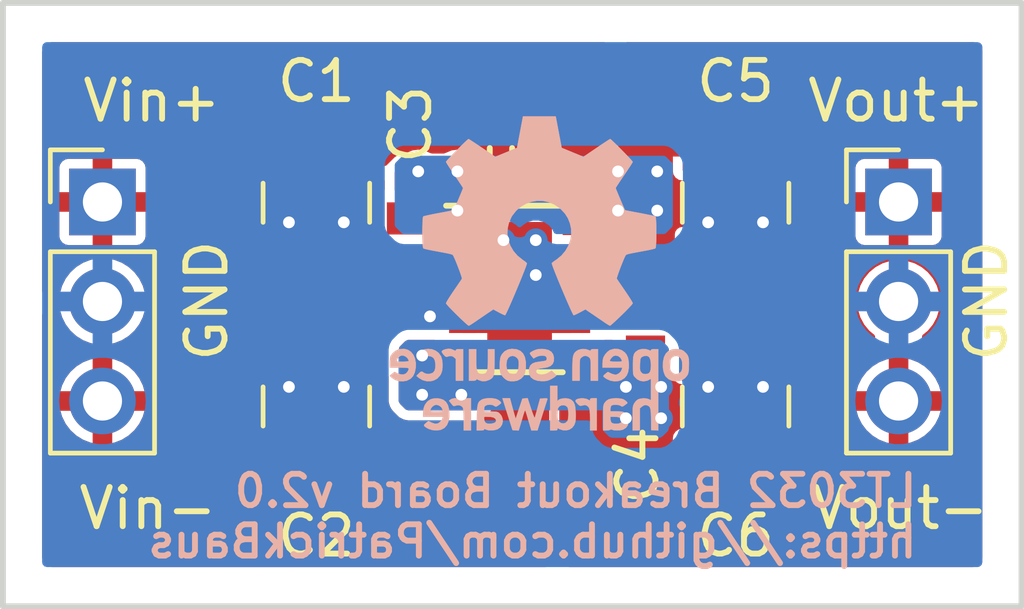
<source format=kicad_pcb>
(kicad_pcb (version 20221018) (generator pcbnew)
  (layers (0 "F.Cu" signal) (31 "B.Cu" signal) (36 "B.SilkS" user "B.Silkscreen") (37 "F.SilkS" user "F.Silkscreen") (38 "B.Mask" user) (39 "F.Mask" user) (44 "Edge.Cuts" user))
  (net 0 "")
  (net 1 "Net-(C3-Pad1)")
  (net 2 "GND")
  (net 3 "Net-(C3-Pad2)")
  (net 4 "Net-(C4-Pad1)")
  (net 5 "Net-(C4-Pad2)")
  (net 6 "/INP")
  (net 7 "/INN")
  (footprint "Capacitor_SMD:C_1210_3225Metric" (layer "F.Cu") (at 148.2 69.6 90)
    (fp_text reference "C1" (at 3.1 0 180) (layer "F.SilkS"))
    (fp_text value "10u")
    (fp_line (start -0.5 -1.36) (end 0.5 -1.36) (stroke (width 0.12)) (layer "F.SilkS"))
    (fp_line (start -0.5 1.36) (end 0.5 1.36) (stroke (width 0.12)) (layer "F.SilkS"))
    (pad "1" smd rect (at -1.43 0 90) (size 1.22 2.7) (layers "F.Cu" "F.Mask") (net 2 "GND"))
    (pad "2" smd rect (at 1.43 0 90) (size 1.22 2.7) (layers "F.Cu" "F.Mask") (net 6 "/INP"))
  )
  (footprint "Capacitor_SMD:C_1210_3225Metric" (layer "F.Cu") (at 148.2 74.8 90)
    (fp_text reference "C2" (at -3.3 0 180) (layer "F.SilkS"))
    (fp_text value "10u")
    (fp_line (start -0.5 -1.36) (end 0.5 -1.36) (stroke (width 0.12)) (layer "F.SilkS"))
    (fp_line (start -0.5 1.36) (end 0.5 1.36) (stroke (width 0.12)) (layer "F.SilkS"))
    (pad "1" smd rect (at -1.43 0 90) (size 1.22 2.7) (layers "F.Cu" "F.Mask") (net 7 "/INN"))
    (pad "2" smd rect (at 1.43 0 90) (size 1.22 2.7) (layers "F.Cu" "F.Mask") (net 2 "GND"))
  )
  (footprint "Capacitor_SMD:C_0603_1608Metric" (layer "F.Cu") (at 150.5 70.8 90)
    (fp_text reference "C3" (at 3.2 0.1 90) (layer "F.SilkS"))
    (fp_text value "10n")
    (pad "1" smd rect (at -0.8 0 90) (size 0.82 1) (layers "F.Cu" "F.Mask") (net 1 "Net-(C3-Pad1)"))
    (pad "2" smd rect (at 0.8 0 90) (size 0.82 1) (layers "F.Cu" "F.Mask") (net 3 "Net-(C3-Pad2)"))
  )
  (footprint "Capacitor_SMD:C_0603_1608Metric" (layer "F.Cu") (at 156.6 72.6 90)
    (fp_text reference "C4" (at -3.7 -0.2 270) (layer "F.SilkS"))
    (fp_text value "10n")
    (pad "1" smd rect (at -0.8 0 90) (size 0.82 1) (layers "F.Cu" "F.Mask") (net 4 "Net-(C4-Pad1)"))
    (pad "2" smd rect (at 0.8 0 90) (size 0.82 1) (layers "F.Cu" "F.Mask") (net 5 "Net-(C4-Pad2)"))
  )
  (footprint "Package_DFN_QFN:Linear_DE14MA" (layer "F.Cu") (at 153.3875 71.8)
    (fp_text reference "U1" (at 0 -3.05) (layer "F.SilkS"))
    (fp_text value "LT3032-X")
    (fp_line (start -1.875 -2.125) (end 1.1 -2.125) (stroke (width 0.15)) (layer "F.SilkS"))
    (fp_line (start -1.1 2.125) (end 1.1 2.125) (stroke (width 0.15)) (layer "F.SilkS"))
    (pad "1" smd rect (at -1.45 -1.5) (size 0.7 0.25) (layers "F.Cu" "F.Mask") (net 3 "Net-(C3-Pad2)"))
    (pad "2" smd rect (at -1.45 -1) (size 0.7 0.25) (layers "F.Cu" "F.Mask"))
    (pad "3" smd rect (at -1.45 -0.5) (size 0.7 0.25) (layers "F.Cu" "F.Mask") (net 1 "Net-(C3-Pad1)"))
    (pad "4" smd rect (at -1.3 0) (size 1 0.25) (layers "F.Cu" "F.Mask") (net 2 "GND"))
    (pad "5" smd rect (at -1.45 0.5) (size 0.7 0.25) (layers "F.Cu" "F.Mask") (net 2 "GND"))
    (pad "6" smd rect (at -1.45 1) (size 0.7 0.25) (layers "F.Cu" "F.Mask") (net 7 "/INN"))
    (pad "7" smd rect (at -1.45 1.5) (size 0.7 0.25) (layers "F.Cu" "F.Mask") (net 4 "Net-(C4-Pad1)"))
    (pad "8" smd rect (at 1.45 1.5) (size 0.7 0.25) (layers "F.Cu" "F.Mask"))
    (pad "9" smd rect (at 1.3 1) (size 1 0.25) (layers "F.Cu" "F.Mask") (net 7 "/INN"))
    (pad "10" smd rect (at 1.45 0.5) (size 0.7 0.25) (layers "F.Cu" "F.Mask") (net 7 "/INN"))
    (pad "11" smd rect (at 1.45 0) (size 0.7 0.25) (layers "F.Cu" "F.Mask") (net 5 "Net-(C4-Pad2)"))
    (pad "12" smd rect (at 1.45 -0.5) (size 0.7 0.25) (layers "F.Cu" "F.Mask") (net 6 "/INP"))
    (pad "13" smd rect (at 1.45 -1) (size 0.7 0.25) (layers "F.Cu" "F.Mask"))
    (pad "14" smd rect (at 1.45 -1.5) (size 0.7 0.25) (layers "F.Cu" "F.Mask") (net 6 "/INP"))
    (pad "15" smd rect (at 0 -0.82) (size 1.65 1.78) (layers "F.Cu" "F.Mask") (net 2 "GND"))
    (pad "16" smd rect (at 0 1.145) (size 1.65 1.07) (layers "F.Cu" "F.Mask") (net 7 "/INN"))
  )
  (footprint "Connector_PinHeader_2.54mm:PinHeader_1x03_P2.54mm_Vertical" (layer "F.Cu") (at 163.06 69.58)
    (fp_text reference "J2" hide)
    (fp_text value "Output")
    (fp_line (start -1.33 -1.33) (end 0 -1.33) (stroke (width 0.12)) (layer "F.SilkS"))
    (fp_line (start -1.33 0) (end -1.33 -1.33) (stroke (width 0.12)) (layer "F.SilkS"))
    (fp_line (start -1.33 1.27) (end -1.33 6.41) (stroke (width 0.12)) (layer "F.SilkS"))
    (fp_line (start -1.33 1.27) (end 1.33 1.27) (stroke (width 0.12)) (layer "F.SilkS"))
    (fp_line (start -1.33 6.41) (end 1.33 6.41) (stroke (width 0.12)) (layer "F.SilkS"))
    (fp_line (start 1.33 1.27) (end 1.33 6.41) (stroke (width 0.12)) (layer "F.SilkS"))
    (pad "1" thru_hole rect (at 0 0) (size 1.7 1.7) (drill 1) (layers "*.Cu" "*.Mask") (net 3 "Net-(C3-Pad2)"))
    (pad "2" thru_hole oval (at 0 2.54) (size 1.7 1.7) (drill 1) (layers "*.Cu" "*.Mask") (net 2 "GND"))
    (pad "3" thru_hole oval (at 0 5.08) (size 1.7 1.7) (drill 1) (layers "*.Cu" "*.Mask") (net 4 "Net-(C4-Pad1)"))
  )
  (footprint "Capacitor_SMD:C_1210_3225Metric" (layer "F.Cu") (at 158.9 69.6 90)
    (fp_text reference "C5" (at 3.1 0 180) (layer "F.SilkS"))
    (fp_text value "10u")
    (fp_line (start -0.5 -1.36) (end 0.5 -1.36) (stroke (width 0.12)) (layer "F.SilkS"))
    (fp_line (start -0.5 1.36) (end 0.5 1.36) (stroke (width 0.12)) (layer "F.SilkS"))
    (pad "1" smd rect (at -1.43 0 90) (size 1.22 2.7) (layers "F.Cu" "F.Mask") (net 2 "GND"))
    (pad "2" smd rect (at 1.43 0 90) (size 1.22 2.7) (layers "F.Cu" "F.Mask") (net 3 "Net-(C3-Pad2)"))
  )
  (footprint "Capacitor_SMD:C_1210_3225Metric" (layer "F.Cu") (at 158.9 74.8 90)
    (fp_text reference "C6" (at -3.3 0 180) (layer "F.SilkS"))
    (fp_text value "10u")
    (fp_line (start -0.5 -1.36) (end 0.5 -1.36) (stroke (width 0.12)) (layer "F.SilkS"))
    (fp_line (start -0.5 1.36) (end 0.5 1.36) (stroke (width 0.12)) (layer "F.SilkS"))
    (pad "1" smd rect (at -1.43 0 90) (size 1.22 2.7) (layers "F.Cu" "F.Mask") (net 4 "Net-(C4-Pad1)"))
    (pad "2" smd rect (at 1.43 0 90) (size 1.22 2.7) (layers "F.Cu" "F.Mask") (net 2 "GND"))
  )
  (footprint "Connector_PinHeader_2.54mm:PinHeader_1x03_P2.54mm_Vertical" (layer "F.Cu") (at 142.74 69.58)
    (fp_text reference "J1" hide)
    (fp_text value "Input")
    (fp_line (start -1.33 -1.33) (end 0 -1.33) (stroke (width 0.12)) (layer "F.SilkS"))
    (fp_line (start -1.33 0) (end -1.33 -1.33) (stroke (width 0.12)) (layer "F.SilkS"))
    (fp_line (start -1.33 1.27) (end -1.33 6.41) (stroke (width 0.12)) (layer "F.SilkS"))
    (fp_line (start -1.33 1.27) (end 1.33 1.27) (stroke (width 0.12)) (layer "F.SilkS"))
    (fp_line (start -1.33 6.41) (end 1.33 6.41) (stroke (width 0.12)) (layer "F.SilkS"))
    (fp_line (start 1.33 1.27) (end 1.33 6.41) (stroke (width 0.12)) (layer "F.SilkS"))
    (pad "1" thru_hole rect (at 0 0) (size 1.7 1.7) (drill 1) (layers "*.Cu" "*.Mask") (net 6 "/INP"))
    (pad "2" thru_hole oval (at 0 2.54) (size 1.7 1.7) (drill 1) (layers "*.Cu" "*.Mask") (net 2 "GND"))
    (pad "3" thru_hole oval (at 0 5.08) (size 1.7 1.7) (drill 1) (layers "*.Cu" "*.Mask") (net 7 "/INN"))
  )
  (footprint "Symbols:OSHW-Logo_7.5x8mm_SilkScreen" (layer "B.Cu") (at 153.9 71.4 180)
    (fp_text reference "#LOGO1" hide)
    (fp_text value "OSHW-Logo_7.5x8mm_SilkScreen")
    (fp_poly (pts (xy 2.391388 -1.937645) (xy 2.448865 -1.955206) (xy 2.485872 -1.977395) (xy 2.497927 -1.994942) (xy 2.494609 -2.015742) (xy 2.473079 -2.048419) (xy 2.454874 -2.071562) (xy 2.417344 -2.113402) (xy 2.389148 -2.131005) (xy 2.365111 -2.129856) (xy 2.293808 -2.11171) (xy 2.241442 -2.112534) (xy 2.198918 -2.133098) (xy 2.184642 -2.145134) (xy 2.138947 -2.187483) (xy 2.138947 -2.740526) (xy 1.955131 -2.740526) (xy 1.955131 -1.938421) (xy 2.047039 -1.938421) (xy 2.102219 -1.940603) (xy 2.130688 -1.948351) (xy 2.138943 -1.963468) (xy 2.138947 -1.963916) (xy 2.142845 -1.979749) (xy 2.160474 -1.977684) (xy 2.184901 -1.966261) (xy 2.23535 -1.945005) (xy 2.276316 -1.932216) (xy 2.329028 -1.928938) (xy 2.391388 -1.937645)) (stroke (width 0.01)) (fill solid) (layer "B.SilkS"))
    (fp_poly (pts (xy 2.173167 -3.191447) (xy 2.237408 -3.204112) (xy 2.27398 -3.222864) (xy 2.312453 -3.254017) (xy 2.257717 -3.323127) (xy 2.223969 -3.364979) (xy 2.201053 -3.385398) (xy 2.178279 -3.388517) (xy 2.144956 -3.378472) (xy 2.129314 -3.372789) (xy 2.065542 -3.364404) (xy 2.00714 -3.382378) (xy 1.964264 -3.422982) (xy 1.957299 -3.435929) (xy 1.949713 -3.470224) (xy 1.943859 -3.533427) (xy 1.940011 -3.62106) (xy 1.938443 -3.72864) (xy 1.938421 -3.743944) (xy 1.938421 -4.010526) (xy 1.754605 -4.010526) (xy 1.754605 -3.19171) (xy 1.846513 -3.19171) (xy 1.899507 -3.193094) (xy 1.927115 -3.199252) (xy 1.937324 -3.213194) (xy 1.938421 -3.226344) (xy 1.938421 -3.260978) (xy 1.98245 -3.226344) (xy 2.032937 -3.202716) (xy 2.10076 -3.191033) (xy 2.173167 -3.191447)) (stroke (width 0.01)) (fill solid) (layer "B.SilkS"))
    (fp_poly (pts (xy -1.320119 -3.193486) (xy -1.295112 -3.200982) (xy -1.28705 -3.217451) (xy -1.286711 -3.224886) (xy -1.285264 -3.245594) (xy -1.275302 -3.248845) (xy -1.248388 -3.234648) (xy -1.232402 -3.224948) (xy -1.181967 -3.204175) (xy -1.121728 -3.193904) (xy -1.058566 -3.193114) (xy -0.999363 -3.200786) (xy -0.950998 -3.215898) (xy -0.920354 -3.237432) (xy -0.914311 -3.264366) (xy -0.917361 -3.27166) (xy -0.939594 -3.301937) (xy -0.97407 -3.339175) (xy -0.980306 -3.345195) (xy -1.013167 -3.372875) (xy -1.04152 -3.381818) (xy -1.081173 -3.375576) (xy -1.097058 -3.371429) (xy -1.146491 -3.361467) (xy -1.181248 -3.365947) (xy -1.2106 -3.381746) (xy -1.237487 -3.402949) (xy -1.25729 -3.429614) (xy -1.271052 -3.466827) (xy -1.279816 -3.519673) (xy -1.284626 -3.593237) (xy -1.286526 -3.692605) (xy -1.286711 -3.752601) (xy -1.286711 -4.010526) (xy -1.453816 -4.010526) (xy -1.453816 -3.19171) (xy -1.370264 -3.19171) (xy -1.320119 -3.193486)) (stroke (width 0.01)) (fill solid) (layer "B.SilkS"))
    (fp_poly (pts (xy 1.320131 -2.198533) (xy 1.32171 -2.321089) (xy 1.327481 -2.414179) (xy 1.338991 -2.481651) (xy 1.35779 -2.527355) (xy 1.385426 -2.555139) (xy 1.423448 -2.568854) (xy 1.470526 -2.572358) (xy 1.519832 -2.568432) (xy 1.557283 -2.554089) (xy 1.584428 -2.525478) (xy 1.602815 -2.478751) (xy 1.613993 -2.410058) (xy 1.619511 -2.31555) (xy 1.620921 -2.198533) (xy 1.620921 -1.938421) (xy 1.804736 -1.938421) (xy 1.804736 -2.740526) (xy 1.712828 -2.740526) (xy 1.657422 -2.738281) (xy 1.628891 -2.730396) (xy 1.620921 -2.715428) (xy 1.61612 -2.702097) (xy 1.597014 -2.704917) (xy 1.558504 -2.723783) (xy 1.470239 -2.752887) (xy 1.376623 -2.750825) (xy 1.286921 -2.719221) (xy 1.244204 -2.694257) (xy 1.211621 -2.667226) (xy 1.187817 -2.633405) (xy 1.171439 -2.588068) (xy 1.161131 -2.526489) (xy 1.155541 -2.443943) (xy 1.153312 -2.335705) (xy 1.153026 -2.252004) (xy 1.153026 -1.938421) (xy 1.320131 -1.938421) (xy 1.320131 -2.198533)) (stroke (width 0.01)) (fill solid) (layer "B.SilkS"))
    (fp_poly (pts (xy -1.002043 -1.952226) (xy -0.960454 -1.97209) (xy -0.920175 -2.000784) (xy -0.88949 -2.033809) (xy -0.867139 -2.075931) (xy -0.851864 -2.131915) (xy -0.842408 -2.206528) (xy -0.837513 -2.304535) (xy -0.835919 -2.430702) (xy -0.835894 -2.443914) (xy -0.835527 -2.740526) (xy -1.019343 -2.740526) (xy -1.019343 -2.467081) (xy -1.019473 -2.365777) (xy -1.020379 -2.292353) (xy -1.022827 -2.241271) (xy -1.027586 -2.20699) (xy -1.035426 -2.183971) (xy -1.047115 -2.166673) (xy -1.063398 -2.149581) (xy -1.120366 -2.112857) (xy -1.182555 -2.106042) (xy -1.241801 -2.129261) (xy -1.262405 -2.146543) (xy -1.27753 -2.162791) (xy -1.28839 -2.180191) (xy -1.29569 -2.204212) (xy -1.300137 -2.240322) (xy -1.302436 -2.293988) (xy -1.303296 -2.37068) (xy -1.303422 -2.464043) (xy -1.303422 -2.740526) (xy -1.487237 -2.740526) (xy -1.487237 -1.938421) (xy -1.395329 -1.938421) (xy -1.340149 -1.940603) (xy -1.31168 -1.948351) (xy -1.303425 -1.963468) (xy -1.303422 -1.963916) (xy -1.299592 -1.97872) (xy -1.282699 -1.97704) (xy -1.249112 -1.960773) (xy -1.172937 -1.93684) (xy -1.0858 -1.934178) (xy -1.002043 -1.952226)) (stroke (width 0.01)) (fill solid) (layer "B.SilkS"))
    (fp_poly (pts (xy 2.946576 -1.945419) (xy 3.043395 -1.986549) (xy 3.07389 -2.006571) (xy 3.112865 -2.03734) (xy 3.137331 -2.061533) (xy 3.141578 -2.069413) (xy 3.129584 -2.086899) (xy 3.098887 -2.11657) (xy 3.074312 -2.137279) (xy 3.007046 -2.191336) (xy 2.95393 -2.146642) (xy 2.912884 -2.117789) (xy 2.872863 -2.107829) (xy 2.827059 -2.110261) (xy 2.754324 -2.128345) (xy 2.704256 -2.165881) (xy 2.673829 -2.226562) (xy 2.660017 -2.314081) (xy 2.660013 -2.314136) (xy 2.661208 -2.411958) (xy 2.679772 -2.48373) (xy 2.716804 -2.532595) (xy 2.74205 -2.549143) (xy 2.809097 -2.569749) (xy 2.880709 -2.569762) (xy 2.943015 -2.549768) (xy 2.957763 -2.54) (xy 2.99475 -2.515047) (xy 3.023668 -2.510958) (xy 3.054856 -2.52953) (xy 3.089336 -2.562887) (xy 3.143912 -2.619196) (xy 3.083318 -2.669142) (xy 2.989698 -2.725513) (xy 2.884125 -2.753293) (xy 2.773798 -2.751282) (xy 2.701343 -2.732862) (xy 2.616656 -2.68731) (xy 2.548927 -2.61565) (xy 2.518157 -2.565066) (xy 2.493236 -2.492488) (xy 2.480766 -2.400569) (xy 2.48067 -2.300948) (xy 2.49287 -2.205267) (xy 2.51729 -2.125169) (xy 2.521136 -2.116956) (xy 2.578093 -2.036413) (xy 2.655209 -1.977771) (xy 2.74639 -1.942247) (xy 2.845543 -1.931057) (xy 2.946576 -1.945419)) (stroke (width 0.01)) (fill solid) (layer "B.SilkS"))
    (fp_poly (pts (xy 0.811669 -1.94831) (xy 0.896192 -1.99434) (xy 0.962321 -2.067006) (xy 0.993478 -2.126106) (xy 1.006855 -2.178305) (xy 1.015522 -2.252719) (xy 1.019237 -2.338442) (xy 1.017754 -2.424569) (xy 1.010831 -2.500193) (xy 1.002745 -2.540584) (xy 0.975465 -2.59584) (xy 0.92822 -2.65453) (xy 0.871282 -2.705852) (xy 0.814924 -2.739005) (xy 0.81355 -2.739531) (xy 0.743616 -2.754018) (xy 0.660737 -2.754377) (xy 0.581977 -2.741188) (xy 0.551566 -2.730617) (xy 0.473239 -2.686201) (xy 0.417143 -2.628007) (xy 0.380286 -2.550965) (xy 0.35968 -2.450001) (xy 0.355018 -2.397116) (xy 0.355613 -2.330663) (xy 0.534736 -2.330663) (xy 0.54077 -2.42763) (xy 0.558138 -2.501523) (xy 0.58574 -2.548736) (xy 0.605404 -2.562237) (xy 0.655787 -2.571651) (xy 0.715673 -2.568864) (xy 0.767449 -2.555316) (xy 0.781027 -2.547862) (xy 0.816849 -2.504451) (xy 0.840493 -2.438014) (xy 0.850558 -2.357161) (xy 0.845642 -2.270502) (xy 0.834655 -2.218349) (xy 0.803109 -2.157951) (xy 0.753311 -2.120197) (xy 0.693337 -2.107143) (xy 0.631264 -2.120849) (xy 0.583582 -2.154372) (xy 0.558525 -2.182031) (xy 0.5439 -2.209294) (xy 0.536929 -2.24619) (xy 0.534833 -2.30275) (xy 0.534736 -2.330663) (xy 0.355613 -2.330663) (xy 0.356282 -2.255994) (xy 0.379265 -2.140271) (xy 0.423972 -2.049941) (xy 0.490405 -1.985) (xy 0.578565 -1.945445) (xy 0.597495 -1.940858) (xy 0.711266 -1.93009) (xy 0.811669 -1.94831)) (stroke (width 0.01)) (fill solid) (layer "B.SilkS"))
    (fp_poly (pts (xy 0.37413 -3.195104) (xy 0.44022 -3.200066) (xy 0.526626 -3.459079) (xy 0.613031 -3.718092) (xy 0.640124 -3.626184) (xy 0.656428 -3.569384) (xy 0.677875 -3.492625) (xy 0.701035 -3.408251) (xy 0.71328 -3.362993) (xy 0.759344 -3.19171) (xy 0.949387 -3.19171) (xy 0.892582 -3.371349) (xy 0.864607 -3.459704) (xy 0.830813 -3.566281) (xy 0.79552 -3.677454) (xy 0.764013 -3.776579) (xy 0.69225 -4.002171) (xy 0.537286 -4.012253) (xy 0.49527 -3.873528) (xy 0.469359 -3.787351) (xy 0.441083 -3.692347) (xy 0.416369 -3.608441) (xy 0.415394 -3.605102) (xy 0.396935 -3.548248) (xy 0.380649 -3.509456) (xy 0.369242 -3.494787) (xy 0.366898 -3.496483) (xy 0.358671 -3.519225) (xy 0.343038 -3.56794) (xy 0.321904 -3.636502) (xy 0.29717 -3.718785) (xy 0.283787 -3.764046) (xy 0.211311 -4.010526) (xy 0.057495 -4.010526) (xy -0.065469 -3.622006) (xy -0.100012 -3.513022) (xy -0.131479 -3.414048) (xy -0.158384 -3.329736) (xy -0.179241 -3.264734) (xy -0.192562 -3.223692) (xy -0.196612 -3.211701) (xy -0.193406 -3.199423) (xy -0.168235 -3.194046) (xy -0.115854 -3.194584) (xy -0.107655 -3.19499) (xy -0.010518 -3.200066) (xy 0.0531 -3.434013) (xy 0.076484 -3.519333) (xy 0.097381 -3.594335) (xy 0.113951 -3.652507) (xy 0.124354 -3.687337) (xy 0.126276 -3.693016) (xy 0.134241 -3.686486) (xy 0.150304 -3.652654) (xy 0.172621 -3.596127) (xy 0.199345 -3.52151) (xy 0.221937 -3.454107) (xy 0.308041 -3.190143) (xy 0.37413 -3.195104)) (stroke (width 0.01)) (fill solid) (layer "B.SilkS"))
    (fp_poly (pts (xy -3.373216 -1.947104) (xy -3.285795 -1.985754) (xy -3.21943 -2.05029) (xy -3.174024 -2.140812) (xy -3.149482 -2.257418) (xy -3.147723 -2.275624) (xy -3.146344 -2.403984) (xy -3.164216 -2.516496) (xy -3.20025 -2.607688) (xy -3.219545 -2.637022) (xy -3.286755 -2.699106) (xy -3.37235 -2.739316) (xy -3.46811 -2.756003) (xy -3.565813 -2.747517) (xy -3.640083 -2.72138) (xy -3.703953 -2.677335) (xy -3.756154 -2.619587) (xy -3.757057 -2.618236) (xy -3.778256 -2.582593) (xy -3.792033 -2.546752) (xy -3.800376 -2.501519) (xy -3.805273 -2.437701) (xy -3.807431 -2.385368) (xy -3.808329 -2.33791) (xy -3.641257 -2.33791) (xy -3.639624 -2.385154) (xy -3.633696 -2.448046) (xy -3.623239 -2.488407) (xy -3.604381 -2.517122) (xy -3.586719 -2.533896) (xy -3.524106 -2.569016) (xy -3.458592 -2.57371) (xy -3.397579 -2.54844) (xy -3.367072 -2.520124) (xy -3.345089 -2.491589) (xy -3.332231 -2.464284) (xy -3.326588 -2.42875) (xy -3.326249 -2.375524) (xy -3.327988 -2.326506) (xy -3.331729 -2.256482) (xy -3.337659 -2.211064) (xy -3.348347 -2.18144) (xy -3.366361 -2.158797) (xy -3.380637 -2.145855) (xy -3.440349 -2.11186) (xy -3.504766 -2.110165) (xy -3.558781 -2.130301) (xy -3.60486 -2.172352) (xy -3.632311 -2.241428) (xy -3.641257 -2.33791) (xy -3.808329 -2.33791) (xy -3.809401 -2.281299) (xy -3.806036 -2.203468) (xy -3.795955 -2.14493) (xy -3.777774 -2.098737) (xy -3.75011 -2.057942) (xy -3.739854 -2.045828) (xy -3.675722 -1.985474) (xy -3.606934 -1.95022) (xy -3.522811 -1.93545) (xy -3.481791 -1.934243) (xy -3.373216 -1.947104)) (stroke (width 0.01)) (fill solid) (layer "B.SilkS"))
    (fp_poly (pts (xy -0.267369 -4.010526) (xy -0.359277 -4.010526) (xy -0.412623 -4.008962) (xy -0.440407 -4.002485) (xy -0.45041 -3.988418) (xy -0.451185 -3.978906) (xy -0.452872 -3.959832) (xy -0.46351 -3.956174) (xy -0.491465 -3.967932) (xy -0.513205 -3.978906) (xy -0.596668 -4.004911) (xy -0.687396 -4.006416) (xy -0.761158 -3.987021) (xy -0.829846 -3.940165) (xy -0.882206 -3.871004) (xy -0.910878 -3.789427) (xy -0.911608 -3.784866) (xy -0.915868 -3.735101) (xy -0.917986 -3.663659) (xy -0.917816 -3.609626) (xy -0.73528 -3.609626) (xy -0.731051 -3.681441) (xy -0.721432 -3.740634) (xy -0.70841 -3.77406) (xy -0.659144 -3.81974) (xy -0.60065 -3.836115) (xy -0.540329 -3.822873) (xy -0.488783 -3.783373) (xy -0.469262 -3.756807) (xy -0.457848 -3.725106) (xy -0.452502 -3.678832) (xy -0.451185 -3.609328) (xy -0.453542 -3.540499) (xy -0.459767 -3.480026) (xy -0.468592 -3.439556) (xy -0.470063 -3.435929) (xy -0.505653 -3.392802) (xy -0.5576 -3.369124) (xy -0.615722 -3.365301) (xy -0.66984 -3.381738) (xy -0.709774 -3.41884) (xy -0.713917 -3.426222) (xy -0.726884 -3.471239) (xy -0.733948 -3.535967) (xy -0.73528 -3.609626) (xy -0.917816 -3.609626) (xy -0.917729 -3.58223) (xy -0.916528 -3.538405) (xy -0.908355 -3.429988) (xy -0.89137 -3.348588) (xy -0.863113 -3.288412) (xy -0.821128 -3.243666) (xy -0.780368 -3.2174) (xy -0.723419 -3.198935) (xy -0.652589 -3.192602) (xy -0.580059 -3.19776) (xy -0.518014 -3.213769) (xy -0.485232 -3.23292) (xy -0.451185 -3.263732) (xy -0.451185 -2.87421) (xy -0.267369 -2.87421) (xy -0.267369 -4.010526)) (stroke (width 0.01)) (fill solid) (layer "B.SilkS"))
    (fp_poly (pts (xy 3.558784 -1.935554) (xy 3.601574 -1.945949) (xy 3.683609 -1.984013) (xy 3.753757 -2.042149) (xy 3.802305 -2.111852) (xy 3.808975 -2.127502) (xy 3.818124 -2.168496) (xy 3.824529 -2.229138) (xy 3.82671 -2.29043) (xy 3.82671 -2.406316) (xy 3.584407 -2.406316) (xy 3.484471 -2.406693) (xy 3.414069 -2.408987) (xy 3.369313 -2.414938) (xy 3.346315 -2.426285) (xy 3.341189 -2.444771) (xy 3.350048 -2.472136) (xy 3.365917 -2.504155) (xy 3.410184 -2.557592) (xy 3.471699 -2.584215) (xy 3.546885 -2.583347) (xy 3.632053 -2.554371) (xy 3.705659 -2.518611) (xy 3.766734 -2.566904) (xy 3.82781 -2.615197) (xy 3.770351 -2.668285) (xy 3.693641 -2.718445) (xy 3.599302 -2.748688) (xy 3.497827 -2.757151) (xy 3.399711 -2.741974) (xy 3.383881 -2.736824) (xy 3.297647 -2.691791) (xy 3.233501 -2.624652) (xy 3.190091 -2.533405) (xy 3.166064 -2.416044) (xy 3.165784 -2.413529) (xy 3.163633 -2.285627) (xy 3.172329 -2.239997) (xy 3.342105 -2.239997) (xy 3.357697 -2.247013) (xy 3.400029 -2.252388) (xy 3.462434 -2.255457) (xy 3.501981 -2.255921) (xy 3.575728 -2.25563) (xy 3.62184 -2.253783) (xy 3.6461 -2.248912) (xy 3.654294 -2.239555) (xy 3.652206 -2.224245) (xy 3.650455 -2.218322) (xy 3.62056 -2.162668) (xy 3.573542 -2.117815) (xy 3.532049 -2.098105) (xy 3.476926 -2.099295) (xy 3.421068 -2.123875) (xy 3.374212 -2.16457) (xy 3.346094 -2.214108) (xy 3.342105 -2.239997) (xy 3.172329 -2.239997) (xy 3.185074 -2.173133) (xy 3.227611 -2.078727) (xy 3.288747 -2.005088) (xy 3.365985 -1.954893) (xy 3.45683 -1.930822) (xy 3.558784 -1.935554)) (stroke (width 0.01)) (fill solid) (layer "B.SilkS"))
    (fp_poly (pts (xy 0.018628 -1.935547) (xy 0.081908 -1.947548) (xy 0.147557 -1.972648) (xy 0.154572 -1.975848) (xy 0.204356 -2.002026) (xy 0.238834 -2.026353) (xy 0.249978 -2.041937) (xy 0.239366 -2.067353) (xy 0.213588 -2.104853) (xy 0.202146 -2.118852) (xy 0.154992 -2.173954) (xy 0.094201 -2.138086) (xy 0.036347 -2.114192) (xy -0.0305 -2.10142) (xy -0.094606 -2.100613) (xy -0.144236 -2.112615) (xy -0.156146 -2.120105) (xy -0.178828 -2.15445) (xy -0.181584 -2.194013) (xy -0.164612 -2.22492) (xy -0.154573 -2.230913) (xy -0.12449 -2.238357) (xy -0.071611 -2.247106) (xy -0.006425 -2.255467) (xy 0.0056 -2.256778) (xy 0.110297 -2.274888) (xy 0.186232 -2.305651) (xy 0.236592 -2.351907) (xy 0.264564 -2.416497) (xy 0.273278 -2.495387) (xy 0.26124 -2.585065) (xy 0.222151 -2.655486) (xy 0.155855 -2.706777) (xy 0.062194 -2.739067) (xy -0.041777 -2.751807) (xy -0.126562 -2.751654) (xy -0.195335 -2.740083) (xy -0.242303 -2.724109) (xy -0.30165 -2.696275) (xy -0.356494 -2.663973) (xy -0.375987 -2.649755) (xy -0.426119 -2.608835) (xy -0.305197 -2.486477) (xy -0.236457 -2.531967) (xy -0.167512 -2.566133) (xy -0.093889 -2.584004) (xy -0.023117 -2.585889) (xy 0.037274 -2.572101) (xy 0.079757 -2.542949) (xy 0.093474 -2.518352) (xy 0.091417 -2.478904) (xy 0.05733 -2.448737) (xy -0.008692 -2.427906) (xy -0.081026 -2.418279) (xy -0.192348 -2.39991) (xy -0.275048 -2.365254) (xy -0.330235 -2.313297) (xy -0.359012 -2.243023) (xy -0.362999 -2.159707) (xy -0.343307 -2.072681) (xy -0.298411 -2.006902) (xy -0.227909 -1.962068) (xy -0.131399 -1.937879) (xy -0.0599 -1.933137) (xy 0.018628 -1.935547)) (stroke (width 0.01)) (fill solid) (layer "B.SilkS"))
    (fp_poly (pts (xy 2.701193 -3.196078) (xy 2.781068 -3.216845) (xy 2.847962 -3.259705) (xy 2.880351 -3.291723) (xy 2.933445 -3.367413) (xy 2.963873 -3.455216) (xy 2.974327 -3.56315) (xy 2.97438 -3.571875) (xy 2.974473 -3.659605) (xy 2.469534 -3.659605) (xy 2.480298 -3.705559) (xy 2.499732 -3.747178) (xy 2.533745 -3.790544) (xy 2.54086 -3.797467) (xy 2.602003 -3.834935) (xy 2.671729 -3.841289) (xy 2.751987 -3.816638) (xy 2.765592 -3.81) (xy 2.807319 -3.789819) (xy 2.835268 -3.778321) (xy 2.840145 -3.777258) (xy 2.857168 -3.787583) (xy 2.889633 -3.812845) (xy 2.906114 -3.82665) (xy 2.940264 -3.858361) (xy 2.951478 -3.879299) (xy 2.943695 -3.89856) (xy 2.939535 -3.903827) (xy 2.911357 -3.926878) (xy 2.864862 -3.954892) (xy 2.832434 -3.971246) (xy 2.740385 -4.000059) (xy 2.638476 -4.009395) (xy 2.541963 -3.998332) (xy 2.514934 -3.990412) (xy 2.431276 -3.945581) (xy 2.369266 -3.876598) (xy 2.328545 -3.782794) (xy 2.308755 -3.663498) (xy 2.306582 -3.601118) (xy 2.312926 -3.510298) (xy 2.473157 -3.510298) (xy 2.488655 -3.517012) (xy 2.530312 -3.52228) (xy 2.590876 -3.525389) (xy 2.631907 -3.525921) (xy 2.705711 -3.525408) (xy 2.752293 -3.523006) (xy 2.777848 -3.517422) (xy 2.788569 -3.507361) (xy 2.790657 -3.492763) (xy 2.776331 -3.447796) (xy 2.740262 -3.403353) (xy 2.692815 -3.369242) (xy 2.645349 -3.355288) (xy 2.580879 -3.367666) (xy 2.52507 -3.403452) (xy 2.486374 -3.455033) (xy 2.473157 -3.510298) (xy 2.312926 -3.510298) (xy 2.315821 -3.468866) (xy 2.344336 -3.363498) (xy 2.392729 -3.284178) (xy 2.461604 -3.230071) (xy 2.551565 -3.200343) (xy 2.6003 -3.194618) (xy 2.701193 -3.196078)) (stroke (width 0.01)) (fill solid) (layer "B.SilkS"))
    (fp_poly (pts (xy -1.802982 -1.957027) (xy -1.78633 -1.964866) (xy -1.728695 -2.007086) (xy -1.674195 -2.0687) (xy -1.633501 -2.136543) (xy -1.621926 -2.167734) (xy -1.611366 -2.223449) (xy -1.605069 -2.290781) (xy -1.604304 -2.318585) (xy -1.604211 -2.406316) (xy -2.10915 -2.406316) (xy -2.098387 -2.45227) (xy -2.071967 -2.50662) (xy -2.025778 -2.553591) (xy -1.970828 -2.583848) (xy -1.935811 -2.590131) (xy -1.888323 -2.582506) (xy -1.831665 -2.563383) (xy -1.812418 -2.554584) (xy -1.741241 -2.519036) (xy -1.680498 -2.565367) (xy -1.645448 -2.596703) (xy -1.626798 -2.622567) (xy -1.625853 -2.630158) (xy -1.642515 -2.648556) (xy -1.67903 -2.676515) (xy -1.712172 -2.698327) (xy -1.801607 -2.737537) (xy -1.901871 -2.755285) (xy -2.001246 -2.75067) (xy -2.080461 -2.726551) (xy -2.16212 -2.674884) (xy -2.220151 -2.606856) (xy -2.256454 -2.518843) (xy -2.272928 -2.407216) (xy -2.274389 -2.356138) (xy -2.268543 -2.239091) (xy -2.267825 -2.235686) (xy -2.100511 -2.235686) (xy -2.095903 -2.246662) (xy -2.076964 -2.252715) (xy -2.037902 -2.25531) (xy -1.972923 -2.25591) (xy -1.947903 -2.255921) (xy -1.871779 -2.255014) (xy -1.823504 -2.25172) (xy -1.79754 -2.245181) (xy -1.788352 -2.234537) (xy -1.788027 -2.231119) (xy -1.798513 -2.203956) (xy -1.824758 -2.165903) (xy -1.836041 -2.152579) (xy -1.877928 -2.114896) (xy -1.921591 -2.10008) (xy -1.945115 -2.098842) (xy -2.008757 -2.114329) (xy -2.062127 -2.15593) (xy -2.095981 -2.216353) (xy -2.096581 -2.218322) (xy -2.100511 -2.235686) (xy -2.267825 -2.235686) (xy -2.249101 -2.146928) (xy -2.214078 -2.07319) (xy -2.171244 -2.020848) (xy -2.092052 -1.964092) (xy -1.99896 -1.933762) (xy -1.899945 -1.931021) (xy -1.802982 -1.957027)) (stroke (width 0.01)) (fill solid) (layer "B.SilkS"))
    (fp_poly (pts (xy 1.379992 -3.196673) (xy 1.450427 -3.21378) (xy 1.470787 -3.222844) (xy 1.510253 -3.246583) (xy 1.540541 -3.273321) (xy 1.562952 -3.307699) (xy 1.578786 -3.35436) (xy 1.589343 -3.417946) (xy 1.595924 -3.503099) (xy 1.599828 -3.614462) (xy 1.60131 -3.688849) (xy 1.606765 -4.010526) (xy 1.51358 -4.010526) (xy 1.457047 -4.008156) (xy 1.427922 -4.000055) (xy 1.420394 -3.986451) (xy 1.41642 -3.971741) (xy 1.398652 -3.974554) (xy 1.37444 -3.986348) (xy 1.313828 -4.004427) (xy 1.235929 -4.009299) (xy 1.153995 -4.00133) (xy 1.081281 -3.980889) (xy 1.074759 -3.978051) (xy 1.008302 -3.931365) (xy 0.964491 -3.866464) (xy 0.944332 -3.7906) (xy 0.945872 -3.763344) (xy 1.110345 -3.763344) (xy 1.124837 -3.800024) (xy 1.167805 -3.826309) (xy 1.237129 -3.840417) (xy 1.274177 -3.84229) (xy 1.335919 -3.837494) (xy 1.37696 -3.818858) (xy 1.386973 -3.81) (xy 1.4141 -3.761806) (xy 1.420394 -3.718092) (xy 1.420394 -3.659605) (xy 1.33893 -3.659605) (xy 1.244234 -3.664432) (xy 1.177813 -3.679613) (xy 1.135846 -3.7062) (xy 1.126449 -3.718052) (xy 1.110345 -3.763344) (xy 0.945872 -3.763344) (xy 0.948829 -3.711026) (xy 0.978985 -3.634995) (xy 1.020131 -3.583612) (xy 1.045052 -3.561397) (xy 1.069448 -3.546798) (xy 1.101191 -3.537897) (xy 1.148152 -3.532775) (xy 1.218204 -3.529515) (xy 1.24599 -3.528577) (xy 1.420394 -3.522879) (xy 1.420138 -3.470091) (xy 1.413384 -3.414603) (xy 1.388964 -3.381052) (xy 1.33963 -3.359618) (xy 1.338306 -3.359236) (xy 1.26836 -3.350808) (xy 1.199914 -3.361816) (xy 1.149047 -3.388585) (xy 1.128637 -3.401803) (xy 1.106654 -3.399974) (xy 1.072826 -3.380824) (xy 1.052961 -3.367308) (xy 1.014106 -3.338432) (xy 0.990038 -3.316786) (xy 0.986176 -3.310589) (xy 1.002079 -3.278519) (xy 1.049065 -3.240219) (xy 1.069473 -3.227297) (xy 1.128143 -3.205041) (xy 1.207212 -3.192432) (xy 1.295041 -3.1896) (xy 1.379992 -3.196673)) (stroke (width 0.01)) (fill solid) (layer "B.SilkS"))
    (fp_poly (pts (xy -1.839543 -3.198184) (xy -1.76093 -3.21916) (xy -1.701084 -3.25718) (xy -1.658853 -3.306978) (xy -1.645725 -3.32823) (xy -1.636032 -3.350492) (xy -1.629256 -3.37897) (xy -1.624877 -3.418871) (xy -1.622376 -3.475401) (xy -1.621232 -3.553767) (xy -1.620928 -3.659176) (xy -1.620922 -3.687142) (xy -1.620922 -4.010526) (xy -1.701132 -4.010526) (xy -1.752294 -4.006943) (xy -1.790123 -3.997866) (xy -1.799601 -3.992268) (xy -1.825512 -3.982606) (xy -1.851976 -3.992268) (xy -1.895548 -4.00433) (xy -1.95884 -4.009185) (xy -2.02899 -4.007078) (xy -2.09314 -3.998256) (xy -2.130593 -3.986937) (xy -2.203067 -3.940412) (xy -2.24836 -3.875846) (xy -2.268722 -3.79) (xy -2.268912 -3.787796) (xy -2.267125 -3.749713) (xy -2.105527 -3.749713) (xy -2.091399 -3.79303) (xy -2.068388 -3.817408) (xy -2.022196 -3.835845) (xy -1.961225 -3.843205) (xy -1.899051 -3.839583) (xy -1.849249 -3.825074) (xy -1.835297 -3.815765) (xy -1.810915 -3.772753) (xy -1.804737 -3.723857) (xy -1.804737 -3.659605) (xy -1.897182 -3.659605) (xy -1.985005 -3.666366) (xy -2.051582 -3.68552) (xy -2.092998 -3.715376) (xy -2.105527 -3.749713) (xy -2.267125 -3.749713) (xy -2.26451 -3.694004) (xy -2.233576 -3.619847) (xy -2.175419 -3.563767) (xy -2.16738 -3.558665) (xy -2.132837 -3.542055) (xy -2.090082 -3.531996) (xy -2.030314 -3.527107) (xy -1.95931 -3.525983) (xy -1.804737 -3.525921) (xy -1.804737 -3.461125) (xy -1.811294 -3.41085) (xy -1.828025 -3.377169) (xy -1.829984 -3.375376) (xy -1.867217 -3.360642) (xy -1.92342 -3.354931) (xy -1.985533 -3.357737) (xy -2.04049 -3.368556) (xy -2.073101 -3.384782) (xy -2.090772 -3.39778) (xy -2.109431 -3.400262) (xy -2.135181 -3.389613) (xy -2.174127 -3.363218) (xy -2.23237 -3.318465) (xy -2.237716 -3.314273) (xy -2.234977 -3.29876) (xy -2.212124 -3.27296) (xy -2.177391 -3.244289) (xy -2.13901 -3.220166) (xy -2.126952 -3.21447) (xy -2.082966 -3.203103) (xy -2.018513 -3.194995) (xy -1.946503 -3.191743) (xy -1.943136 -3.191736) (xy -1.839543 -3.198184)) (stroke (width 0.01)) (fill solid) (layer "B.SilkS"))
    (fp_poly (pts (xy -2.53664 -1.952468) (xy -2.501408 -1.969874) (xy -2.45796 -2.000206) (xy -2.426294 -2.033283) (xy -2.404606 -2.074817) (xy -2.391097 -2.130522) (xy -2.383962 -2.206111) (xy -2.3814 -2.307296) (xy -2.38125 -2.350797) (xy -2.381688 -2.446135) (xy -2.383504 -2.514271) (xy -2.387455 -2.561418) (xy -2.394298 -2.59379) (xy -2.404789 -2.6176) (xy -2.415704 -2.633843) (xy -2.485381 -2.702952) (xy -2.567434 -2.744521) (xy -2.65595 -2.757023) (xy -2.745019 -2.738934) (xy -2.773237 -2.726142) (xy -2.84079 -2.690931) (xy -2.84079 -3.2427) (xy -2.791488 -3.217205) (xy -2.726527 -3.19748) (xy -2.64668 -3.192427) (xy -2.566948 -3.201756) (xy -2.506735 -3.222714) (xy -2.456792 -3.262627) (xy -2.414119 -3.319741) (xy -2.41091 -3.325605) (xy -2.397378 -3.353227) (xy -2.387495 -3.381068) (xy -2.380691 -3.414794) (xy -2.376399 -3.460071) (xy -2.374049 -3.522562) (xy -2.373072 -3.607935) (xy -2.372895 -3.70401) (xy -2.372895 -4.010526) (xy -2.556711 -4.010526) (xy -2.556711 -3.445339) (xy -2.608125 -3.402077) (xy -2.661534 -3.367472) (xy -2.712112 -3.36118) (xy -2.76297 -3.377372) (xy -2.790075 -3.393227) (xy -2.810249 -3.41581) (xy -2.824597 -3.44994) (xy -2.834224 -3.500434) (xy -2.840237 -3.572111) (xy -2.84374 -3.669788) (xy -2.844974 -3.734802) (xy -2.849145 -4.002171) (xy -2.936875 -4.007222) (xy -3.024606 -4.012273) (xy -3.024606 -2.353101) (xy -2.84079 -2.353101) (xy -2.836104 -2.4456) (xy -2.820312 -2.509809) (xy -2.790817 -2.549759) (xy -2.74502 -2.56948) (xy -2.69875 -2.573421) (xy -2.646372 -2.568892) (xy -2.61161 -2.551069) (xy -2.589872 -2.527519) (xy -2.57276 -2.502189) (xy -2.562573 -2.473969) (xy -2.55804 -2.434431) (xy -2.557891 -2.375142) (xy -2.559416 -2.325498) (xy -2.562919 -2.25071) (xy -2.568133 -2.201611) (xy -2.576913 -2.170467) (xy -2.591114 -2.149545) (xy -2.604516 -2.137452) (xy -2.660513 -2.111081) (xy -2.726789 -2.106822) (xy -2.764844 -2.115906) (xy -2.802523 -2.148196) (xy -2.827481 -2.211006) (xy -2.839578 -2.303894) (xy -2.84079 -2.353101) (xy -3.024606 -2.353101) (xy -3.024606 -1.938421) (xy -2.932698 -1.938421) (xy -2.877517 -1.940603) (xy -2.849048 -1.948351) (xy -2.840794 -1.963468) (xy -2.84079 -1.963916) (xy -2.83696 -1.97872) (xy -2.820067 -1.977039) (xy -2.786481 -1.960772) (xy -2.708222 -1.935887) (xy -2.620173 -1.933271) (xy -2.53664 -1.952468)) (stroke (width 0.01)) (fill solid) (layer "B.SilkS"))
    (fp_poly (pts (xy 0.500964 3.601424) (xy 0.576513 3.200678) (xy 1.134041 2.970846) (xy 1.468465 3.198252) (xy 1.562122 3.261569) (xy 1.646782 3.318104) (xy 1.718495 3.365273) (xy 1.773311 3.400498) (xy 1.80728 3.421195) (xy 1.81653 3.425658) (xy 1.833195 3.41418) (xy 1.868806 3.382449) (xy 1.919371 3.334517) (xy 1.9809 3.274438) (xy 2.049399 3.206267) (xy 2.120879 3.134055) (xy 2.191347 3.061858) (xy 2.256811 2.993727) (xy 2.31328 2.933717) (xy 2.356763 2.885881) (xy 2.383268 2.854273) (xy 2.389605 2.843695) (xy 2.380486 2.824194) (xy 2.35492 2.781469) (xy 2.315597 2.719702) (xy 2.265203 2.643069) (xy 2.206427 2.555752) (xy 2.172368 2.505948) (xy 2.110289 2.415007) (xy 2.055126 2.332941) (xy 2.009554 2.263837) (xy 1.97625 2.211778) (xy 1.95789 2.18085) (xy 1.955131 2.17435) (xy 1.961385 2.155879) (xy 1.978434 2.112828) (xy 2.003703 2.051251) (xy 2.034622 1.977201) (xy 2.068618 1.89673) (xy 2.103118 1.815893) (xy 2.135551 1.740742) (xy 2.163343 1.677329) (xy 2.183923 1.631707) (xy 2.194719 1.609931) (xy 2.195356 1.609074) (xy 2.212307 1.604916) (xy 2.257451 1.595639) (xy 2.32611 1.582156) (xy 2.413602 1.565379) (xy 2.51525 1.546219) (xy 2.574556 1.53517) (xy 2.683172 1.51449) (xy 2.781277 1.494811) (xy 2.863909 1.477211) (xy 2.926104 1.462767) (xy 2.962899 1.452554) (xy 2.970296 1.449314) (xy 2.97754 1.427383) (xy 2.983385 1.377853) (xy 2.987835 1.306515) (xy 2.990893 1.219161) (xy 2.992565 1.121583) (xy 2.992853 1.019574) (xy 2.991761 0.918925) (xy 2.989294 0.825428) (xy 2.985456 0.744875) (xy 2.98025 0.683058) (xy 2.973681 0.64577) (xy 2.969741 0.638007) (xy 2.946188 0.628702) (xy 2.896282 0.6154) (xy 2.826623 0.599663) (xy 2.743813 0.583054) (xy 2.714905 0.577681) (xy 2.575531 0.552152) (xy 2.465436 0.531592) (xy 2.380982 0.515185) (xy 2.31853 0.502113) (xy 2.274444 0.491559) (xy 2.245085 0.482706) (xy 2.226815 0.474737) (xy 2.215998 0.466835) (xy 2.214485 0.465273) (xy 2.199377 0.440114) (xy 2.176329 0.39115) (xy 2.147644 0.324379) (xy 2.115622 0.245795) (xy 2.082565 0.161393) (xy 2.050773 0.07717) (xy 2.022549 -0.000879) (xy 2.000193 -0.066759) (xy 1.986007 -0.114473) (xy 1.982293 -0.138027) (xy 1.982602 -0.138852) (xy 1.995189 -0.158104) (xy 2.023744 -0.200463) (xy 2.065267 -0.261521) (xy 2.116756 -0.336868) (xy 2.175211 -0.422096) (xy 2.191858 -0.446315) (xy 2.251215 -0.534123) (xy 2.303447 -0.614238) (xy 2.345708 -0.682062) (xy 2.375153 -0.732993) (xy 2.388937 -0.762431) (xy 2.389605 -0.766048) (xy 2.378024 -0.785057) (xy 2.346024 -0.822714) (xy 2.297718 -0.874973) (xy 2.23722 -0.937786) (xy 2.168644 -1.007106) (xy 2.096104 -1.078885) (xy 2.023712 -1.149077) (xy 1.955584 -1.213635) (xy 1.895832 -1.26851) (xy 1.848571 -1.309656) (xy 1.817913 -1.333026) (xy 1.809432 -1.336842) (xy 1.789691 -1.327855) (xy 1.749274 -1.303616) (xy 1.694763 -1.268209) (xy 1.652823 -1.239711) (xy 1.576829 -1.187418) (xy 1.486834 -1.125845) (xy 1.396564 -1.06437) (xy 1.348032 -1.031469) (xy 1.183762 -0.920359) (xy 1.045869 -0.994916) (xy 0.983049 -1.027578) (xy 0.929629 -1.052966) (xy 0.893484 -1.067446) (xy 0.884284 -1.06946) (xy 0.873221 -1.054584) (xy 0.851394 -1.012547) (xy 0.820434 -0.947227) (xy 0.78197 -0.8625) (xy 0.737632 -0.762245) (xy 0.689047 -0.650339) (xy 0.637846 -0.530659) (xy 0.585659 -0.407084) (xy 0.534113 -0.283491) (xy 0.48484 -0.163757) (xy 0.439467 -0.051759) (xy 0.399625 0.048623) (xy 0.366942 0.133514) (xy 0.343049 0.199035) (xy 0.329574 0.24131) (xy 0.327406 0.255828) (xy 0.344583 0.274347) (xy 0.38219 0.30441) (xy 0.432366 0.339768) (xy 0.436578 0.342566) (xy 0.566264 0.446375) (xy 0.670834 0.567485) (xy 0.749381 0.702024) (xy 0.800999 0.846118) (xy 0.824782 0.995895) (xy 0.819823 1.147483) (xy 0.785217 1.297008) (xy 0.720057 1.4406) (xy 0.700886 1.472016) (xy 0.601174 1.598875) (xy 0.483377 1.700745) (xy 0.351571 1.777096) (xy 0.209833 1.827398) (xy 0.062242 1.851121) (xy -0.087127 1.847735) (xy -0.234197 1.816712) (xy -0.374889 1.75752) (xy -0.505127 1.669631) (xy -0.545414 1.633958) (xy -0.647945 1.522294) (xy -0.722659 1.404743) (xy -0.77391 1.27298) (xy -0.802454 1.142493) (xy -0.8095 0.995784) (xy -0.786004 0.848347) (xy -0.734351 0.705166) (xy -0.656929 0.571223) (xy -0.556125 0.451502) (xy -0.434324 0.350986) (xy -0.418316 0.340391) (xy -0.367602 0.305694) (xy -0.32905 0.27563) (xy -0.310619 0.256435) (xy -0.310351 0.255828) (xy -0.314308 0.235064) (xy -0.329993 0.187938) (xy -0.355778 0.118327) (xy -0.390031 0.030107) (xy -0.431123 -0.072844) (xy -0.477424 -0.18665) (xy -0.527304 -0.307435) (xy -0.579133 -0.431321) (xy -0.631281 -0.554432) (xy -0.682118 -0.672891) (xy -0.730013 -0.782823) (xy -0.773338 -0.880349) (xy -0.810462 -0.961593) (xy -0.839756 -1.022679) (xy -0.859588 -1.05973) (xy -0.867574 -1.06946) (xy -0.891979 -1.061883) (xy -0.937642 -1.04156) (xy -0.99669 -1.012125) (xy -1.02916 -0.994916) (xy -1.167053 -0.920359) (xy -1.331323 -1.031469) (xy -1.415179 -1.08839) (xy -1.506987 -1.15103) (xy -1.59302 -1.210011) (xy -1.636113 -1.239711) (xy -1.696723 -1.28041) (xy -1.748045 -1.312663) (xy -1.783385 -1.332384) (xy -1.794863 -1.336554) (xy -1.81157 -1.325307) (xy -1.848546 -1.293911) (xy -1.902205 -1.245624) (xy -1.968962 -1.183708) (xy -2.045234 -1.111421) (xy -2.093473 -1.065008) (xy -2.177867 -0.982087) (xy -2.250803 -0.90792) (xy -2.309331 -0.84568) (xy -2.350503 -0.798541) (xy -2.371372 -0.769673) (xy -2.373374 -0.763815) (xy -2.364083 -0.741532) (xy -2.338409 -0.696477) (xy -2.2992 -0.633211) (xy -2.249303 -0.556295) (xy -2.191567 -0.470292) (xy -2.175149 -0.446315) (xy -2.115323 -0.35917) (xy -2.06165 -0.28071) (xy -2.01713 -0.215345) (xy -1.984765 -0.167484) (xy -1.967555 -0.141535) (xy -1.965893 -0.138852) (xy -1.968379 -0.118172) (xy -1.981577 -0.072704) (xy -2.003186 -0.008444) (xy -2.030904 0.068613) (xy -2.06243 0.152471) (xy -2.095463 0.237134) (xy -2.127701 0.316608) (xy -2.156843 0.384896) (xy -2.180588 0.436003) (xy -2.196635 0.463933) (xy -2.197775 0.465273) (xy -2.207588 0.473255) (xy -2.224161 0.481149) (xy -2.251132 0.489771) (xy -2.292139 0.499938) (xy -2.35082 0.512469) (xy -2.430813 0.528179) (xy -2.535755 0.547887) (xy -2.669285 0.572408) (xy -2.698196 0.577681) (xy -2.783882 0.594236) (xy -2.858582 0.610431) (xy -2.915694 0.624704) (xy -2.948617 0.635492) (xy -2.953031 0.638007) (xy -2.960306 0.660304) (xy -2.966219 0.710131) (xy -2.970766 0.781696) (xy -2.973945 0.869207) (xy -2.975749 0.966872) (xy -2.976177 1.068899) (xy -2.975223 1.169497) (xy -2.972884 1.262873) (xy -2.969156 1.343235) (xy -2.964034 1.404791) (xy -2.957516 1.44175) (xy -2.953586 1.449314) (xy -2.931708 1.456944) (xy -2.881891 1.469358) (xy -2.809097 1.485478) (xy -2.718289 1.504227) (xy -2.614431 1.524529) (xy -2.557846 1.53517) (xy -2.450486 1.55524) (xy -2.354746 1.57342) (xy -2.275306 1.588801) (xy -2.216846 1.600469) (xy -2.184045 1.607512) (xy -2.178646 1.609074) (xy -2.169522 1.626678) (xy -2.150235 1.669082) (xy -2.123355 1.730228) (xy -2.091454 1.804057) (xy -2.057102 1.884511) (xy -2.022871 1.965532) (xy -1.991331 2.041063) (xy -1.965054 2.105045) (xy -1.946611 2.15142) (xy -1.938571 2.174131) (xy -1.938422 2.175124) (xy -1.947535 2.193039) (xy -1.973086 2.234267) (xy -2.012388 2.294709) (xy -2.062757 2.370269) (xy -2.121506 2.456848) (xy -2.155658 2.506579) (xy -2.21789 2.597764) (xy -2.273164 2.680551) (xy -2.318782 2.750751) (xy -2.352048 2.804176) (xy -2.370264 2.836639) (xy -2.372895 2.843917) (xy -2.361586 2.860855) (xy -2.330319 2.897022) (xy -2.28309 2.948365) (xy -2.223892 3.010833) (xy -2.156719 3.080374) (xy -2.085566 3.152935) (xy -2.014426 3.224465) (xy -1.947293 3.290913) (xy -1.888161 3.348226) (xy -1.841025 3.392353) (xy -1.809877 3.419241) (xy -1.799457 3.425658) (xy -1.782491 3.416635) (xy -1.741911 3.391285) (xy -1.681663 3.35219) (xy -1.605693 3.301929) (xy -1.517946 3.243083) (xy -1.451756 3.198252) (xy -1.117332 2.970846) (xy -0.838567 3.085762) (xy -0.559803 3.200678) (xy -0.484254 3.601424) (xy -0.408706 4.002171) (xy 0.425415 4.002171) (xy 0.500964 3.601424)) (stroke (width 0.01)) (fill solid) (layer "B.SilkS"))
  )
  (gr_line (start 166.2 79.9) (end 140.2 79.9) (stroke (width 0.15)) (layer "Edge.Cuts"))
  (gr_line (start 166.2 64.5) (end 166.2 79.9) (stroke (width 0.15)) (layer "Edge.Cuts"))
  (gr_line (start 140.2 64.5) (end 166.2 64.5) (stroke (width 0.15)) (layer "Edge.Cuts"))
  (gr_line (start 140.2 79.9) (end 140.2 64.5) (stroke (width 0.15)) (layer "Edge.Cuts"))
  (gr_text "LT3032 Breakout Board v2.0\nhttps://github.com/PatrickBaus" (at 163.6 77.6) (layer "B.SilkS") (effects (font (size 0.8 0.8)) (justify left mirror)))
  (gr_text "Vout-" (at 163.1 77.4) (layer "F.SilkS") (effects (font (size 1 1))))
  (gr_text "Vin-" (at 143.9 77.4) (layer "F.SilkS") (effects (font (size 1 1))))
  (gr_text "Vout+" (at 163 67) (layer "F.SilkS") (effects (font (size 1 1))))
  (gr_text "Vin+" (at 144 67) (layer "F.SilkS") (effects (font (size 1 1))))
  (gr_text "GND" (at 165.3 72.1 90) (layer "F.SilkS") (effects (font (size 1 1))))
  (gr_text "GND" (at 145.4 72.1 90) (layer "F.SilkS") (effects (font (size 1 1))))
  (segment (start 150.5 71.55) (end 151.15 71.55) (width 0.15) (layer "F.Cu") (net 1))
  (segment (start 151.15 71.55) (end 151.4 71.3) (width 0.15) (layer "F.Cu") (net 1))
  (segment (start 151.4 71.3) (end 151.9375 71.3) (width 0.15) (layer "F.Cu") (net 1))
  (segment (start 159.6 74.3) (end 159.6 73.6) (width 0.5) (layer "F.Cu") (net 2))
  (segment (start 147.5 74.3) (end 147.5 73.7) (width 0.5) (layer "F.Cu") (net 2))
  (segment (start 147.5 70.8) (end 147.5 70.1) (width 0.5) (layer "F.Cu") (net 2))
  (segment (start 158.4 70.9) (end 158.2 70.7) (width 0.5) (layer "F.Cu") (net 2))
  (segment (start 158.2 73.6) (end 158.2 74.3) (width 0.5) (layer "F.Cu") (net 2))
  (segment (start 151.9375 71.8) (end 151.9375 72.3) (width 0.25) (layer "F.Cu") (net 2))
  (segment (start 148.7 73.5) (end 148.9 73.7) (width 0.5) (layer "F.Cu") (net 2))
  (segment (start 147.5 73.7) (end 147.7 73.5) (width 0.5) (layer "F.Cu") (net 2))
  (segment (start 159.6 70.1) (end 159.6 70.7) (width 0.5) (layer "F.Cu") (net 2))
  (segment (start 152.975 71.445) (end 153.8 71.445) (width 0.25) (layer "F.Cu") (net 2))
  (segment (start 151.9375 72.3) (end 151.3 72.3) (width 0.25) (layer "F.Cu") (net 2))
  (segment (start 151.3 72.3) (end 151.1 72.5) (width 0.25) (layer "F.Cu") (net 2))
  (segment (start 158.4 73.4) (end 158.2 73.6) (width 0.5) (layer "F.Cu") (net 2))
  (segment (start 159.4 70.9) (end 158.4 70.9) (width 0.5) (layer "F.Cu") (net 2))
  (segment (start 153.8 71.445) (end 153.8 70.555) (width 0.25) (layer "F.Cu") (net 2))
  (segment (start 159.6 70.7) (end 159.4 70.9) (width 0.5) (layer "F.Cu") (net 2))
  (segment (start 148.9 70.1) (end 148.9 70.8) (width 0.5) (layer "F.Cu") (net 2))
  (segment (start 147.7 71) (end 147.5 70.8) (width 0.5) (layer "F.Cu") (net 2))
  (segment (start 148.9 73.7) (end 148.9 74.3) (width 0.5) (layer "F.Cu") (net 2))
  (segment (start 148.7 71) (end 147.7 71) (width 0.5) (layer "F.Cu") (net 2))
  (segment (start 148.9 70.8) (end 148.7 71) (width 0.5) (layer "F.Cu") (net 2))
  (segment (start 159.4 73.4) (end 158.4 73.4) (width 0.5) (layer "F.Cu") (net 2))
  (segment (start 158.2 70.7) (end 158.2 70.1) (width 0.5) (layer "F.Cu") (net 2))
  (segment (start 152.975 71.445) (end 152.975 70.555) (width 0.25) (layer "F.Cu") (net 2))
  (segment (start 159.6 73.6) (end 159.4 73.4) (width 0.5) (layer "F.Cu") (net 2))
  (segment (start 147.7 73.5) (end 148.7 73.5) (width 0.5) (layer "F.Cu") (net 2))
  (via (at 148.9 70.1) (size 0.6) (drill 0.3) (layers "F.Cu" "B.Cu") (net 2))
  (via (at 148.9 74.3) (size 0.6) (drill 0.3) (layers "F.Cu" "B.Cu") (net 2))
  (via (at 158.2 74.3) (size 0.6) (drill 0.3) (layers "F.Cu" "B.Cu") (net 2))
  (via (at 159.6 74.3) (size 0.6) (drill 0.3) (layers "F.Cu" "B.Cu") (net 2))
  (via (at 158.2 70.1) (size 0.6) (drill 0.3) (layers "F.Cu" "B.Cu") (net 2))
  (via (at 159.6 70.1) (size 0.6) (drill 0.3) (layers "F.Cu" "B.Cu") (net 2))
  (via (at 153.8 70.555) (size 0.6) (drill 0.3) (layers "F.Cu" "B.Cu") (net 2))
  (via (at 152.975 70.555) (size 0.6) (drill 0.3) (layers "F.Cu" "B.Cu") (net 2))
  (via (at 151.1 72.5) (size 0.6) (drill 0.3) (layers "F.Cu" "B.Cu") (net 2))
  (via (at 153.8 71.445) (size 0.6) (drill 0.3) (layers "F.Cu" "B.Cu") (net 2))
  (via (at 147.5 70.1) (size 0.6) (drill 0.3) (layers "F.Cu" "B.Cu") (net 2))
  (via (at 147.5 74.3) (size 0.6) (drill 0.3) (layers "F.Cu" "B.Cu") (net 2))
  (segment (start 150.5 70.05) (end 150.5 69.1) (width 0.25) (layer "F.Cu") (net 3))
  (segment (start 157.2 68.1) (end 156.9 68.4) (width 0.25) (layer "F.Cu") (net 3))
  (segment (start 155.9 68.8) (end 155.9 69.8) (width 0.25) (layer "F.Cu") (net 3))
  (segment (start 150.5 69.1) (end 150.8 68.8) (width 0.25) (layer "F.Cu") (net 3))
  (segment (start 156.9 68.8) (end 155.9 68.8) (width 0.25) (layer "F.Cu") (net 3))
  (segment (start 158.9 68.1) (end 157.2 68.1) (width 0.25) (layer "F.Cu") (net 3))
  (segment (start 156.9 68.4) (end 156.9 68.8) (width 0.25) (layer "F.Cu") (net 3))
  (segment (start 150.8 68.8) (end 151.8 68.8) (width 0.25) (layer "F.Cu") (net 3))
  (segment (start 155.9 69.8) (end 156.9 69.8) (width 0.25) (layer "F.Cu") (net 3))
  (segment (start 151.8 68.8) (end 151.8 69.8) (width 0.25) (layer "F.Cu") (net 3))
  (via (at 151.8 68.8) (size 0.6) (drill 0.3) (layers "F.Cu" "B.Cu") (net 3))
  (via (at 151.8 69.8) (size 0.6) (drill 0.3) (layers "F.Cu" "B.Cu") (net 3))
  (via (at 156.9 69.8) (size 0.6) (drill 0.3) (layers "F.Cu" "B.Cu") (net 3))
  (via (at 155.9 69.8) (size 0.6) (drill 0.3) (layers "F.Cu" "B.Cu") (net 3))
  (via (at 155.9 68.8) (size 0.6) (drill 0.3) (layers "F.Cu" "B.Cu") (net 3))
  (via (at 150.8 68.8) (size 0.6) (drill 0.3) (layers "F.Cu" "B.Cu") (net 3))
  (via (at 156.9 68.8) (size 0.6) (drill 0.3) (layers "F.Cu" "B.Cu") (net 3))
  (segment (start 150.9 74.5) (end 151.9 74.5) (width 0.15) (layer "F.Cu") (net 4))
  (segment (start 151.1 73.3) (end 150.9 73.5) (width 0.15) (layer "F.Cu") (net 4))
  (segment (start 156.6 74.2) (end 156.6 73.35) (width 0.25) (layer "F.Cu") (net 4))
  (segment (start 156.5 74.3) (end 156.6 74.2) (width 0.25) (layer "F.Cu") (net 4))
  (segment (start 151.9375 73.3) (end 151.1 73.3) (width 0.15) (layer "F.Cu") (net 4))
  (segment (start 150.9 73.5) (end 150.9 74.5) (width 0.15) (layer "F.Cu") (net 4))
  (segment (start 156.1 74.3) (end 157 74.3) (width 0.25) (layer "F.Cu") (net 4))
  (segment (start 156.1 75.1) (end 156.1 74.3) (width 0.25) (layer "F.Cu") (net 4))
  (segment (start 156.1 74.3) (end 156.5 74.3) (width 0.25) (layer "F.Cu") (net 4))
  (segment (start 156.1 75.1) (end 157 75.1) (width 0.25) (layer "F.Cu") (net 4))
  (via (at 150.9 74.5) (size 0.6) (drill 0.3) (layers "F.Cu" "B.Cu") (net 4))
  (via (at 151.9 74.5) (size 0.6) (drill 0.3) (layers "F.Cu" "B.Cu") (net 4))
  (via (at 156.1 75.1) (size 0.6) (drill 0.3) (layers "F.Cu" "B.Cu") (net 4))
  (via (at 150.9 73.5) (size 0.6) (drill 0.3) (layers "F.Cu" "B.Cu") (net 4))
  (via (at 156.1 74.3) (size 0.6) (drill 0.3) (layers "F.Cu" "B.Cu") (net 4))
  (via (at 157 75.1) (size 0.6) (drill 0.3) (layers "F.Cu" "B.Cu") (net 4))
  (via (at 157 74.3) (size 0.6) (drill 0.3) (layers "F.Cu" "B.Cu") (net 4))
  (segment (start 154.8375 71.8) (end 156.55 71.8) (width 0.15) (layer "F.Cu") (net 5))
  (segment (start 156.55 71.8) (end 156.6 71.85) (width 0.15) (layer "F.Cu") (net 5))
  (segment (start 148.2 68.1) (end 154.4 68.1) (width 0.25) (layer "F.Cu") (net 6))
  (segment (start 154.4 68.1) (end 154.8375 68.5375) (width 0.25) (layer "F.Cu") (net 6))
  (segment (start 155.5 71.3) (end 154.8375 71.3) (width 0.15) (layer "F.Cu") (net 6))
  (segment (start 155.5 70.3) (end 155.7 70.5) (width 0.15) (layer "F.Cu") (net 6))
  (segment (start 155.7 70.5) (end 155.7 71.2) (width 0.15) (layer "F.Cu") (net 6))
  (segment (start 154.8375 68.5375) (end 154.8375 70.3) (width 0.25) (layer "F.Cu") (net 6))
  (segment (start 154.8375 70.3) (end 155.5 70.3) (width 0.15) (layer "F.Cu") (net 6))
  (segment (start 155.5 71.3) (end 155.6 71.3) (width 0.15) (layer "F.Cu") (net 6))
  (segment (start 155.6 71.3) (end 155.7 71.2) (width 0.15) (layer "F.Cu") (net 6))
  (segment (start 151.9375 72.8) (end 153.2875 72.8) (width 0.25) (layer "F.Cu") (net 7))
  (segment (start 153.2875 72.8) (end 153.3875 72.9) (width 0.25) (layer "F.Cu") (net 7))
  (segment (start 154.8375 72.3) (end 154.8375 72.8) (width 0.15) (layer "F.Cu") (net 7))
  (segment (start 153.5325 72.8) (end 153.3875 72.945) (width 0.25) (layer "F.Cu") (net 7))
  (segment (start 154.6875 72.8) (end 153.5325 72.8) (width 0.25) (layer "F.Cu") (net 7))
  (zone (net 3) (net_name "Net-(C3-Pad2)") (layer "F.Cu") (priority 2) (connect_pads (clearance 0.15)) (min_thickness 0.15) (fill yes (thermal_gap 0.25) (thermal_bridge_width 0.5) (smoothing chamfer) (radius 0.2))
    (polygon (pts (xy 152.399537 68.6) (xy 150.199537 68.6) (xy 150.199537 70.4) (xy 152.399537 70.4)))
  )
  (zone (net 6) (net_name "/INP") (layer "F.Cu") (priority 1) (connect_pads (clearance 0.25)) (min_thickness 0.25) (fill yes (thermal_gap 0.25) (thermal_bridge_width 0.5) (smoothing chamfer) (radius 0.2))
    (polygon (pts (xy 141.2 65.5) (xy 155.9 65.5) (xy 155.9 72.1) (xy 141.2 72.1)))
  )
  (zone (net 4) (net_name "Net-(C4-Pad1)") (layer "F.Cu") (priority 2) (connect_pads (clearance 0.25)) (min_thickness 0.25) (fill yes (thermal_gap 0.25) (thermal_bridge_width 0.5) (smoothing chamfer) (radius 0.2))
    (polygon (pts (xy 152.5 73.1) (xy 150.3 73.1) (xy 150.3 74.9) (xy 152.5 74.9)))
  )
  (zone (net 3) (net_name "Net-(C3-Pad2)") (layer "F.Cu") (priority 3) (connect_pads (clearance 0.15)) (min_thickness 0.15) (fill yes (thermal_gap 0.25) (thermal_bridge_width 0.5) (smoothing chamfer) (radius 0.2))
    (polygon (pts (xy 165.2 65.5) (xy 155.9 65.5) (xy 155.9 73.1) (xy 165.2 73.1)))
  )
  (zone (net 4) (net_name "Net-(C4-Pad1)") (layer "F.Cu") (priority 2) (connect_pads (clearance 0.25)) (min_thickness 0.25) (fill yes (thermal_gap 0.25) (thermal_bridge_width 0.5) (smoothing chamfer) (radius 0.2))
    (polygon (pts (xy 154.4 73.1) (xy 165.2 73.1) (xy 165.2 78.9) (xy 154.4 78.9)))
  )
  (zone (net 7) (net_name "/INN") (layer "F.Cu") (connect_pads (clearance 0.25)) (min_thickness 0.25) (fill yes (thermal_gap 0.25) (thermal_bridge_width 0.5) (smoothing chamfer) (radius 0.2))
    (polygon (pts (xy 141.2 72.2) (xy 154.4 72.2) (xy 154.4 78.9) (xy 141.2 78.9)))
  )
  (zone (net 3) (net_name "Net-(C3-Pad2)") (layer "B.Cu") (priority 2) (connect_pads (clearance 0.15)) (min_thickness 0.15) (fill yes (thermal_gap 0.25) (thermal_bridge_width 0.5) (smoothing chamfer) (radius 0.2))
    (polygon (pts (xy 150.2 68.4) (xy 157.3 68.4) (xy 157.3 70.4) (xy 150.2 70.4)))
  )
  (zone (net 4) (net_name "Net-(C4-Pad1)") (layer "B.Cu") (priority 2) (connect_pads (clearance 0.25)) (min_thickness 0.25) (fill yes (thermal_gap 0.25) (thermal_bridge_width 0.5) (smoothing chamfer) (radius 0.2))
    (polygon (pts (xy 150.3 73.1) (xy 157.2 73.1) (xy 157.2 75.6) (xy 155.5 75.6) (xy 155.5 74.9) (xy 150.3 74.9)))
  )
  (zone (net 2) (net_name "GND") (layer "B.Cu") (connect_pads (clearance 0.25)) (min_thickness 0.25) (fill yes (thermal_gap 0.25) (thermal_bridge_width 0.5))
    (polygon (pts (xy 141.2 65.5) (xy 165.2 65.5) (xy 165.2 78.9) (xy 141.2 78.9)))
  )
)
</source>
